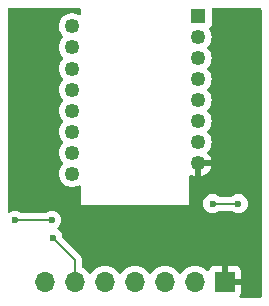
<source format=gbl>
G04 #@! TF.GenerationSoftware,KiCad,Pcbnew,8.0.5-dirty*
G04 #@! TF.CreationDate,2024-10-14T16:29:31+03:00*
G04 #@! TF.ProjectId,Kivipallur_PMW3360_breakout,4b697669-7061-46c6-9c75-725f504d5733,rev?*
G04 #@! TF.SameCoordinates,Original*
G04 #@! TF.FileFunction,Copper,L2,Bot*
G04 #@! TF.FilePolarity,Positive*
%FSLAX46Y46*%
G04 Gerber Fmt 4.6, Leading zero omitted, Abs format (unit mm)*
G04 Created by KiCad (PCBNEW 8.0.5-dirty) date 2024-10-14 16:29:31*
%MOMM*%
%LPD*%
G01*
G04 APERTURE LIST*
G04 #@! TA.AperFunction,ComponentPad*
%ADD10O,1.250000X1.250000*%
G04 #@! TD*
G04 #@! TA.AperFunction,ComponentPad*
%ADD11R,1.250000X1.250000*%
G04 #@! TD*
G04 #@! TA.AperFunction,ComponentPad*
%ADD12R,1.700000X1.700000*%
G04 #@! TD*
G04 #@! TA.AperFunction,ComponentPad*
%ADD13O,1.700000X1.700000*%
G04 #@! TD*
G04 #@! TA.AperFunction,ViaPad*
%ADD14C,0.600000*%
G04 #@! TD*
G04 #@! TA.AperFunction,Conductor*
%ADD15C,0.200000*%
G04 #@! TD*
G04 APERTURE END LIST*
D10*
X105700000Y-51800000D03*
X105700000Y-53580000D03*
X105700000Y-55360000D03*
X105700000Y-57140000D03*
X105700000Y-58920000D03*
X105700000Y-60700000D03*
X105700000Y-62480000D03*
X105700000Y-64260000D03*
X116400000Y-63370000D03*
X116400000Y-61590000D03*
X116400000Y-59810000D03*
X116400000Y-58030000D03*
X116400000Y-56250000D03*
X116400000Y-54470000D03*
X116400000Y-52690000D03*
D11*
X116400000Y-50910000D03*
D12*
X118640000Y-73400000D03*
D13*
X116100000Y-73400000D03*
X113560000Y-73400000D03*
X111020000Y-73400000D03*
X108480000Y-73400000D03*
X105940000Y-73400000D03*
X103400000Y-73400000D03*
D14*
X119800000Y-66800000D03*
X117600000Y-66800000D03*
X108200000Y-69200000D03*
X114600000Y-69200000D03*
X117900000Y-64800000D03*
X120300000Y-69800000D03*
X119500000Y-52200000D03*
X120600000Y-57700000D03*
X104100000Y-69700000D03*
X104000000Y-68200000D03*
X100900000Y-68200000D03*
D15*
X119800000Y-66800000D02*
X117600000Y-66800000D01*
X105940000Y-71540000D02*
X104100000Y-69700000D01*
X105940000Y-73400000D02*
X105940000Y-71540000D01*
X100900000Y-68200000D02*
X104000000Y-68200000D01*
G04 #@! TA.AperFunction,Conductor*
G36*
X106392539Y-50270185D02*
G01*
X106438294Y-50322989D01*
X106449500Y-50374500D01*
X106449500Y-50717667D01*
X106429815Y-50784706D01*
X106377011Y-50830461D01*
X106307853Y-50840405D01*
X106260223Y-50823094D01*
X106203834Y-50788180D01*
X106203827Y-50788176D01*
X106021820Y-50717667D01*
X106009327Y-50712827D01*
X105804293Y-50674500D01*
X105595707Y-50674500D01*
X105390673Y-50712827D01*
X105390670Y-50712827D01*
X105390670Y-50712828D01*
X105196172Y-50788176D01*
X105196171Y-50788177D01*
X105018827Y-50897985D01*
X104864683Y-51038505D01*
X104738981Y-51204961D01*
X104646007Y-51391677D01*
X104646006Y-51391681D01*
X104591605Y-51582883D01*
X104588923Y-51592308D01*
X104569678Y-51799999D01*
X104569678Y-51800000D01*
X104588923Y-52007691D01*
X104588923Y-52007693D01*
X104588924Y-52007696D01*
X104613755Y-52094967D01*
X104646007Y-52208322D01*
X104738981Y-52395038D01*
X104864683Y-52561495D01*
X104905126Y-52598363D01*
X104941408Y-52658074D01*
X104939647Y-52727921D01*
X104905126Y-52781637D01*
X104864683Y-52818504D01*
X104738981Y-52984961D01*
X104646007Y-53171677D01*
X104588923Y-53372308D01*
X104569678Y-53579999D01*
X104569678Y-53580000D01*
X104588923Y-53787691D01*
X104588923Y-53787693D01*
X104588924Y-53787696D01*
X104646006Y-53988319D01*
X104646007Y-53988322D01*
X104738981Y-54175038D01*
X104864683Y-54341495D01*
X104905126Y-54378363D01*
X104941408Y-54438074D01*
X104939647Y-54507921D01*
X104905126Y-54561637D01*
X104864683Y-54598504D01*
X104738981Y-54764961D01*
X104646007Y-54951677D01*
X104588923Y-55152308D01*
X104569678Y-55359999D01*
X104569678Y-55360000D01*
X104588923Y-55567691D01*
X104588923Y-55567693D01*
X104588924Y-55567696D01*
X104646006Y-55768319D01*
X104646007Y-55768322D01*
X104738981Y-55955038D01*
X104864683Y-56121495D01*
X104905126Y-56158363D01*
X104941408Y-56218074D01*
X104939647Y-56287921D01*
X104905126Y-56341637D01*
X104864683Y-56378504D01*
X104738981Y-56544961D01*
X104646007Y-56731677D01*
X104588923Y-56932308D01*
X104569678Y-57139999D01*
X104569678Y-57140000D01*
X104588923Y-57347691D01*
X104588923Y-57347693D01*
X104588924Y-57347696D01*
X104646006Y-57548319D01*
X104646007Y-57548322D01*
X104738981Y-57735038D01*
X104864683Y-57901495D01*
X104905126Y-57938363D01*
X104941408Y-57998074D01*
X104939647Y-58067921D01*
X104905126Y-58121637D01*
X104864683Y-58158504D01*
X104738981Y-58324961D01*
X104646007Y-58511677D01*
X104588923Y-58712308D01*
X104569678Y-58919999D01*
X104569678Y-58920000D01*
X104588923Y-59127691D01*
X104588923Y-59127693D01*
X104588924Y-59127696D01*
X104646006Y-59328319D01*
X104646007Y-59328322D01*
X104738981Y-59515038D01*
X104864683Y-59681495D01*
X104905126Y-59718363D01*
X104941408Y-59778074D01*
X104939647Y-59847921D01*
X104905126Y-59901637D01*
X104864683Y-59938504D01*
X104738981Y-60104961D01*
X104646007Y-60291677D01*
X104588923Y-60492308D01*
X104569678Y-60699999D01*
X104569678Y-60700000D01*
X104588923Y-60907691D01*
X104588923Y-60907693D01*
X104588924Y-60907696D01*
X104646006Y-61108319D01*
X104646007Y-61108322D01*
X104738981Y-61295038D01*
X104864683Y-61461495D01*
X104905126Y-61498363D01*
X104941408Y-61558074D01*
X104939647Y-61627921D01*
X104905126Y-61681637D01*
X104864683Y-61718504D01*
X104738981Y-61884961D01*
X104646007Y-62071677D01*
X104588923Y-62272308D01*
X104569678Y-62479999D01*
X104569678Y-62480000D01*
X104588923Y-62687691D01*
X104646007Y-62888322D01*
X104738981Y-63075038D01*
X104864683Y-63241495D01*
X104905126Y-63278363D01*
X104941408Y-63338074D01*
X104939647Y-63407921D01*
X104905126Y-63461637D01*
X104864683Y-63498504D01*
X104738981Y-63664961D01*
X104646007Y-63851677D01*
X104588923Y-64052308D01*
X104569678Y-64259999D01*
X104569678Y-64260000D01*
X104588923Y-64467691D01*
X104588923Y-64467693D01*
X104588924Y-64467696D01*
X104646006Y-64668319D01*
X104738981Y-64855038D01*
X104864682Y-65021493D01*
X105018829Y-65162016D01*
X105196172Y-65271823D01*
X105390673Y-65347173D01*
X105595707Y-65385500D01*
X105595710Y-65385500D01*
X105804290Y-65385500D01*
X105804293Y-65385500D01*
X106009327Y-65347173D01*
X106203828Y-65271823D01*
X106260222Y-65236904D01*
X106327582Y-65218349D01*
X106394282Y-65239157D01*
X106439144Y-65292722D01*
X106449500Y-65342332D01*
X106449500Y-66650172D01*
X106449500Y-66749828D01*
X106487636Y-66841897D01*
X106558103Y-66912364D01*
X106650172Y-66950500D01*
X106650174Y-66950500D01*
X115449826Y-66950500D01*
X115449828Y-66950500D01*
X115541897Y-66912364D01*
X115612364Y-66841897D01*
X115629720Y-66799996D01*
X116794435Y-66799996D01*
X116794435Y-66800003D01*
X116814630Y-66979249D01*
X116814631Y-66979254D01*
X116874211Y-67149523D01*
X116970184Y-67302262D01*
X117097738Y-67429816D01*
X117250478Y-67525789D01*
X117420745Y-67585368D01*
X117420750Y-67585369D01*
X117599996Y-67605565D01*
X117600000Y-67605565D01*
X117600004Y-67605565D01*
X117779249Y-67585369D01*
X117779252Y-67585368D01*
X117779255Y-67585368D01*
X117949522Y-67525789D01*
X118102262Y-67429816D01*
X118102267Y-67429810D01*
X118105097Y-67427555D01*
X118107275Y-67426665D01*
X118108158Y-67426111D01*
X118108255Y-67426265D01*
X118169783Y-67401145D01*
X118182412Y-67400500D01*
X119217588Y-67400500D01*
X119284627Y-67420185D01*
X119294903Y-67427555D01*
X119297736Y-67429814D01*
X119297738Y-67429816D01*
X119450478Y-67525789D01*
X119620745Y-67585368D01*
X119620750Y-67585369D01*
X119799996Y-67605565D01*
X119800000Y-67605565D01*
X119800004Y-67605565D01*
X119979249Y-67585369D01*
X119979252Y-67585368D01*
X119979255Y-67585368D01*
X120149522Y-67525789D01*
X120302262Y-67429816D01*
X120429816Y-67302262D01*
X120525789Y-67149522D01*
X120585368Y-66979255D01*
X120592905Y-66912363D01*
X120605565Y-66800003D01*
X120605565Y-66799996D01*
X120585369Y-66620750D01*
X120585368Y-66620745D01*
X120525788Y-66450476D01*
X120429815Y-66297737D01*
X120302262Y-66170184D01*
X120149523Y-66074211D01*
X119979254Y-66014631D01*
X119979249Y-66014630D01*
X119800004Y-65994435D01*
X119799996Y-65994435D01*
X119620750Y-66014630D01*
X119620745Y-66014631D01*
X119450476Y-66074211D01*
X119297736Y-66170185D01*
X119294903Y-66172445D01*
X119292724Y-66173334D01*
X119291842Y-66173889D01*
X119291744Y-66173734D01*
X119230217Y-66198855D01*
X119217588Y-66199500D01*
X118182412Y-66199500D01*
X118115373Y-66179815D01*
X118105097Y-66172445D01*
X118102263Y-66170185D01*
X118102262Y-66170184D01*
X118045496Y-66134515D01*
X117949523Y-66074211D01*
X117779254Y-66014631D01*
X117779249Y-66014630D01*
X117600004Y-65994435D01*
X117599996Y-65994435D01*
X117420750Y-66014630D01*
X117420745Y-66014631D01*
X117250476Y-66074211D01*
X117097737Y-66170184D01*
X116970184Y-66297737D01*
X116874211Y-66450476D01*
X116814631Y-66620745D01*
X116814630Y-66620750D01*
X116794435Y-66799996D01*
X115629720Y-66799996D01*
X115650500Y-66749828D01*
X115650500Y-64451743D01*
X115670185Y-64384704D01*
X115722989Y-64338949D01*
X115792147Y-64329005D01*
X115839778Y-64346316D01*
X115896398Y-64381373D01*
X115896407Y-64381378D01*
X116090801Y-64456687D01*
X116150000Y-64467753D01*
X116150000Y-63650330D01*
X116169745Y-63670075D01*
X116255255Y-63719444D01*
X116350630Y-63745000D01*
X116449370Y-63745000D01*
X116544745Y-63719444D01*
X116630255Y-63670075D01*
X116650000Y-63650330D01*
X116650000Y-64467753D01*
X116709198Y-64456687D01*
X116903592Y-64381378D01*
X116903607Y-64381371D01*
X117080867Y-64271617D01*
X117080869Y-64271615D01*
X117234945Y-64131157D01*
X117360590Y-63964776D01*
X117360595Y-63964768D01*
X117453525Y-63778139D01*
X117453528Y-63778133D01*
X117498520Y-63620000D01*
X116680330Y-63620000D01*
X116700075Y-63600255D01*
X116749444Y-63514745D01*
X116775000Y-63419370D01*
X116775000Y-63320630D01*
X116749444Y-63225255D01*
X116700075Y-63139745D01*
X116680330Y-63120000D01*
X117498520Y-63120000D01*
X117498520Y-63119999D01*
X117453528Y-62961866D01*
X117453525Y-62961860D01*
X117360595Y-62775231D01*
X117360590Y-62775223D01*
X117234945Y-62608842D01*
X117194502Y-62571974D01*
X117158220Y-62512263D01*
X117159981Y-62442415D01*
X117194500Y-62388702D01*
X117235318Y-62351493D01*
X117361019Y-62185038D01*
X117453994Y-61998319D01*
X117511076Y-61797696D01*
X117530322Y-61590000D01*
X117511076Y-61382304D01*
X117453994Y-61181681D01*
X117361019Y-60994962D01*
X117235318Y-60828507D01*
X117194873Y-60791637D01*
X117158592Y-60731927D01*
X117160351Y-60662080D01*
X117194874Y-60608362D01*
X117235318Y-60571493D01*
X117361019Y-60405038D01*
X117453994Y-60218319D01*
X117511076Y-60017696D01*
X117530322Y-59810000D01*
X117511076Y-59602304D01*
X117453994Y-59401681D01*
X117361019Y-59214962D01*
X117235318Y-59048507D01*
X117194873Y-59011637D01*
X117158592Y-58951927D01*
X117160351Y-58882080D01*
X117194874Y-58828362D01*
X117235318Y-58791493D01*
X117361019Y-58625038D01*
X117453994Y-58438319D01*
X117511076Y-58237696D01*
X117530322Y-58030000D01*
X117511076Y-57822304D01*
X117453994Y-57621681D01*
X117361019Y-57434962D01*
X117235318Y-57268507D01*
X117194873Y-57231637D01*
X117158592Y-57171927D01*
X117160351Y-57102080D01*
X117194874Y-57048362D01*
X117235318Y-57011493D01*
X117361019Y-56845038D01*
X117453994Y-56658319D01*
X117511076Y-56457696D01*
X117530322Y-56250000D01*
X117511076Y-56042304D01*
X117453994Y-55841681D01*
X117361019Y-55654962D01*
X117235318Y-55488507D01*
X117194873Y-55451637D01*
X117158592Y-55391927D01*
X117160351Y-55322080D01*
X117194874Y-55268362D01*
X117235318Y-55231493D01*
X117361019Y-55065038D01*
X117453994Y-54878319D01*
X117511076Y-54677696D01*
X117530322Y-54470000D01*
X117511076Y-54262304D01*
X117453994Y-54061681D01*
X117361019Y-53874962D01*
X117235318Y-53708507D01*
X117194873Y-53671637D01*
X117158592Y-53611927D01*
X117160351Y-53542080D01*
X117194874Y-53488362D01*
X117235318Y-53451493D01*
X117361019Y-53285038D01*
X117453994Y-53098319D01*
X117511076Y-52897696D01*
X117530322Y-52690000D01*
X117511076Y-52482304D01*
X117453994Y-52281681D01*
X117417464Y-52208319D01*
X117361022Y-52094967D01*
X117361016Y-52094958D01*
X117346182Y-52075315D01*
X117321489Y-52009955D01*
X117336053Y-51941620D01*
X117370821Y-51901322D01*
X117382546Y-51892546D01*
X117468796Y-51777331D01*
X117519091Y-51642483D01*
X117525500Y-51582873D01*
X117525499Y-50374499D01*
X117545184Y-50307461D01*
X117597987Y-50261706D01*
X117649499Y-50250500D01*
X121625500Y-50250500D01*
X121692539Y-50270185D01*
X121738294Y-50322989D01*
X121749500Y-50374500D01*
X121749500Y-74625500D01*
X121729815Y-74692539D01*
X121677011Y-74738294D01*
X121625500Y-74749500D01*
X119988377Y-74749500D01*
X119921338Y-74729815D01*
X119875583Y-74677011D01*
X119865639Y-74607853D01*
X119889111Y-74551188D01*
X119933352Y-74492089D01*
X119933354Y-74492086D01*
X119983596Y-74357379D01*
X119983598Y-74357372D01*
X119989999Y-74297844D01*
X119990000Y-74297827D01*
X119990000Y-73650000D01*
X119073012Y-73650000D01*
X119105925Y-73592993D01*
X119140000Y-73465826D01*
X119140000Y-73334174D01*
X119105925Y-73207007D01*
X119073012Y-73150000D01*
X119990000Y-73150000D01*
X119990000Y-72502172D01*
X119989999Y-72502155D01*
X119983598Y-72442627D01*
X119983596Y-72442620D01*
X119933354Y-72307913D01*
X119933350Y-72307906D01*
X119847190Y-72192812D01*
X119847187Y-72192809D01*
X119732093Y-72106649D01*
X119732086Y-72106645D01*
X119597379Y-72056403D01*
X119597372Y-72056401D01*
X119537844Y-72050000D01*
X118890000Y-72050000D01*
X118890000Y-72966988D01*
X118832993Y-72934075D01*
X118705826Y-72900000D01*
X118574174Y-72900000D01*
X118447007Y-72934075D01*
X118390000Y-72966988D01*
X118390000Y-72050000D01*
X117742155Y-72050000D01*
X117682627Y-72056401D01*
X117682620Y-72056403D01*
X117547913Y-72106645D01*
X117547906Y-72106649D01*
X117432812Y-72192809D01*
X117432809Y-72192812D01*
X117346649Y-72307906D01*
X117346645Y-72307913D01*
X117297578Y-72439470D01*
X117255707Y-72495404D01*
X117190242Y-72519821D01*
X117121969Y-72504969D01*
X117093715Y-72483819D01*
X117049366Y-72439470D01*
X116971401Y-72361505D01*
X116971397Y-72361502D01*
X116971396Y-72361501D01*
X116777834Y-72225967D01*
X116777830Y-72225965D01*
X116674855Y-72177947D01*
X116563663Y-72126097D01*
X116563659Y-72126096D01*
X116563655Y-72126094D01*
X116335413Y-72064938D01*
X116335403Y-72064936D01*
X116100001Y-72044341D01*
X116099999Y-72044341D01*
X115864596Y-72064936D01*
X115864586Y-72064938D01*
X115636344Y-72126094D01*
X115636335Y-72126098D01*
X115422171Y-72225964D01*
X115422169Y-72225965D01*
X115228597Y-72361505D01*
X115061505Y-72528597D01*
X114931575Y-72714158D01*
X114876998Y-72757783D01*
X114807500Y-72764977D01*
X114745145Y-72733454D01*
X114728425Y-72714158D01*
X114598494Y-72528597D01*
X114431402Y-72361506D01*
X114431395Y-72361501D01*
X114237834Y-72225967D01*
X114237830Y-72225965D01*
X114134855Y-72177947D01*
X114023663Y-72126097D01*
X114023659Y-72126096D01*
X114023655Y-72126094D01*
X113795413Y-72064938D01*
X113795403Y-72064936D01*
X113560001Y-72044341D01*
X113559999Y-72044341D01*
X113324596Y-72064936D01*
X113324586Y-72064938D01*
X113096344Y-72126094D01*
X113096335Y-72126098D01*
X112882171Y-72225964D01*
X112882169Y-72225965D01*
X112688597Y-72361505D01*
X112521505Y-72528597D01*
X112391575Y-72714158D01*
X112336998Y-72757783D01*
X112267500Y-72764977D01*
X112205145Y-72733454D01*
X112188425Y-72714158D01*
X112058494Y-72528597D01*
X111891402Y-72361506D01*
X111891395Y-72361501D01*
X111697834Y-72225967D01*
X111697830Y-72225965D01*
X111594855Y-72177947D01*
X111483663Y-72126097D01*
X111483659Y-72126096D01*
X111483655Y-72126094D01*
X111255413Y-72064938D01*
X111255403Y-72064936D01*
X111020001Y-72044341D01*
X111019999Y-72044341D01*
X110784596Y-72064936D01*
X110784586Y-72064938D01*
X110556344Y-72126094D01*
X110556335Y-72126098D01*
X110342171Y-72225964D01*
X110342169Y-72225965D01*
X110148597Y-72361505D01*
X109981505Y-72528597D01*
X109851575Y-72714158D01*
X109796998Y-72757783D01*
X109727500Y-72764977D01*
X109665145Y-72733454D01*
X109648425Y-72714158D01*
X109518494Y-72528597D01*
X109351402Y-72361506D01*
X109351395Y-72361501D01*
X109157834Y-72225967D01*
X109157830Y-72225965D01*
X109054855Y-72177947D01*
X108943663Y-72126097D01*
X108943659Y-72126096D01*
X108943655Y-72126094D01*
X108715413Y-72064938D01*
X108715403Y-72064936D01*
X108480001Y-72044341D01*
X108479999Y-72044341D01*
X108244596Y-72064936D01*
X108244586Y-72064938D01*
X108016344Y-72126094D01*
X108016335Y-72126098D01*
X107802171Y-72225964D01*
X107802169Y-72225965D01*
X107608597Y-72361505D01*
X107441505Y-72528597D01*
X107311575Y-72714158D01*
X107256998Y-72757783D01*
X107187500Y-72764977D01*
X107125145Y-72733454D01*
X107108425Y-72714158D01*
X106978494Y-72528597D01*
X106811402Y-72361506D01*
X106811395Y-72361501D01*
X106617831Y-72225965D01*
X106617826Y-72225962D01*
X106612091Y-72223288D01*
X106559653Y-72177113D01*
X106540500Y-72110908D01*
X106540500Y-71629059D01*
X106540501Y-71629046D01*
X106540501Y-71460945D01*
X106540501Y-71460943D01*
X106499577Y-71308215D01*
X106470639Y-71258095D01*
X106420520Y-71171284D01*
X106308716Y-71059480D01*
X106308715Y-71059479D01*
X106304385Y-71055149D01*
X106304374Y-71055139D01*
X104930700Y-69681465D01*
X104897215Y-69620142D01*
X104895163Y-69607686D01*
X104885368Y-69520745D01*
X104825789Y-69350478D01*
X104729816Y-69197738D01*
X104602262Y-69070184D01*
X104524892Y-69021569D01*
X104478601Y-68969234D01*
X104467953Y-68900180D01*
X104496328Y-68836332D01*
X104503159Y-68828918D01*
X104629816Y-68702262D01*
X104725789Y-68549522D01*
X104785368Y-68379255D01*
X104805565Y-68200000D01*
X104785368Y-68020745D01*
X104725789Y-67850478D01*
X104629816Y-67697738D01*
X104502262Y-67570184D01*
X104489766Y-67562332D01*
X104349523Y-67474211D01*
X104179254Y-67414631D01*
X104179249Y-67414630D01*
X104000004Y-67394435D01*
X103999996Y-67394435D01*
X103820750Y-67414630D01*
X103820745Y-67414631D01*
X103650476Y-67474211D01*
X103497736Y-67570185D01*
X103494903Y-67572445D01*
X103492724Y-67573334D01*
X103491842Y-67573889D01*
X103491744Y-67573734D01*
X103430217Y-67598855D01*
X103417588Y-67599500D01*
X101482412Y-67599500D01*
X101415373Y-67579815D01*
X101405097Y-67572445D01*
X101402263Y-67570185D01*
X101402262Y-67570184D01*
X101272575Y-67488696D01*
X101249523Y-67474211D01*
X101079254Y-67414631D01*
X101079249Y-67414630D01*
X100900004Y-67394435D01*
X100899996Y-67394435D01*
X100720750Y-67414630D01*
X100720745Y-67414631D01*
X100550476Y-67474211D01*
X100440472Y-67543332D01*
X100373235Y-67562332D01*
X100306400Y-67541964D01*
X100261186Y-67488696D01*
X100250500Y-67438338D01*
X100250500Y-50374500D01*
X100270185Y-50307461D01*
X100322989Y-50261706D01*
X100374500Y-50250500D01*
X106325500Y-50250500D01*
X106392539Y-50270185D01*
G37*
G04 #@! TD.AperFunction*
M02*

</source>
